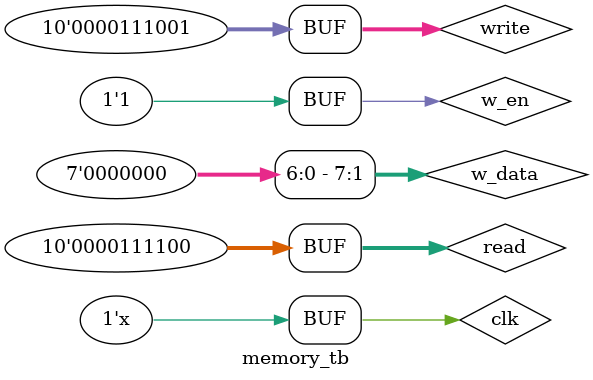
<source format=v>
`timescale 1ns/1ns
module memory(clk,w_en,read,write,w_data,read_o);
input wire clk,w_en;
input wire[9:0] read,write;
input wire[7:0] w_data;
output reg[7:0] read_o;
reg[7:0] mem[1023:0];
always @* begin
	if(clk) begin
		#2
		read_o<=mem[read];
		if(w_en) begin
			mem[write]<=w_data;
		end
	end
	else begin
		read_o<=read_o;
	end
end
endmodule


module memory_tb();
reg clk,w_en;
reg[9:0] read,write;
reg[7:0] w_data;
wire[7:0] read_o;

memory m1(clk,w_en,read,write,w_data,read_o);
always #5 clk=~clk;
initial begin
clk=1;
w_en=1;
write=56;
read=87;
w_data=$random;
#10
write=57;
read=56;
w_data=$random;
#10
w_en=0;
write=60;
read=56;
w_data=$random;
#10
w_en=1;
write=57;
read=60;
w_data=$random;
end
endmodule

</source>
